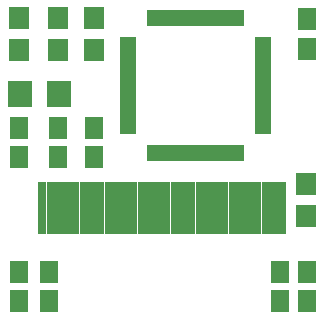
<source format=gts>
G04 #@! TF.FileFunction,Soldermask,Top*
%FSLAX46Y46*%
G04 Gerber Fmt 4.6, Leading zero omitted, Abs format (unit mm)*
G04 Created by KiCad (PCBNEW 4.0.7-e2-6376~58~ubuntu16.04.1) date Thu May  3 17:24:01 2018*
%MOMM*%
%LPD*%
G01*
G04 APERTURE LIST*
%ADD10C,0.100000*%
%ADD11R,0.750000X4.400000*%
%ADD12R,1.650000X1.900000*%
%ADD13R,1.700000X1.900000*%
%ADD14R,1.400000X0.650000*%
%ADD15R,0.650000X1.400000*%
%ADD16R,2.150000X2.200000*%
G04 APERTURE END LIST*
D10*
D11*
X99450000Y-106650000D03*
X100150000Y-106650000D03*
X100850000Y-106650000D03*
X101550000Y-106650000D03*
X102250000Y-106650000D03*
X102950000Y-106650000D03*
X103650000Y-106650000D03*
X104350000Y-106650000D03*
X105050000Y-106650000D03*
X105750000Y-106650000D03*
X106450000Y-106650000D03*
X107150000Y-106650000D03*
X107850000Y-106650000D03*
X108550000Y-106650000D03*
X109250000Y-106650000D03*
X109950000Y-106650000D03*
X110650000Y-106650000D03*
X111350000Y-106650000D03*
X112050000Y-106650000D03*
X112750000Y-106650000D03*
X113450000Y-106650000D03*
X114150000Y-106650000D03*
X114850000Y-106650000D03*
X115550000Y-106650000D03*
X116250000Y-106650000D03*
X116950000Y-106650000D03*
X117650000Y-106650000D03*
X118350000Y-106650000D03*
X119050000Y-106650000D03*
X119750000Y-106650000D03*
D12*
X97434000Y-112074000D03*
X97434000Y-114574000D03*
X103784000Y-99882000D03*
X103784000Y-102382000D03*
X121818000Y-90718000D03*
X121818000Y-93218000D03*
X97434000Y-99882000D03*
X97434000Y-102382000D03*
X100736000Y-99882000D03*
X100736000Y-102382000D03*
X99974000Y-112074000D03*
X99974000Y-114574000D03*
X119532000Y-112074000D03*
X119532000Y-114574000D03*
X121818000Y-112074000D03*
X121818000Y-114574000D03*
D13*
X97434000Y-90638000D03*
X97434000Y-93338000D03*
X100736000Y-90638000D03*
X100736000Y-93338000D03*
X103784000Y-93338000D03*
X103784000Y-90638000D03*
X121750000Y-104650000D03*
X121750000Y-107350000D03*
D14*
X106720000Y-92556000D03*
X106720000Y-93056000D03*
X106720000Y-93556000D03*
X106720000Y-94056000D03*
X106720000Y-94556000D03*
X106720000Y-95056000D03*
X106720000Y-95556000D03*
X106720000Y-96056000D03*
X106720000Y-96556000D03*
X106720000Y-97056000D03*
X106720000Y-97556000D03*
X106720000Y-98056000D03*
X106720000Y-98556000D03*
X106720000Y-99056000D03*
X106720000Y-99556000D03*
X106720000Y-100056000D03*
D15*
X108670000Y-102006000D03*
X109170000Y-102006000D03*
X109670000Y-102006000D03*
X110170000Y-102006000D03*
X110670000Y-102006000D03*
X111170000Y-102006000D03*
X111670000Y-102006000D03*
X112170000Y-102006000D03*
X112670000Y-102006000D03*
X113170000Y-102006000D03*
X113670000Y-102006000D03*
X114170000Y-102006000D03*
X114670000Y-102006000D03*
X115170000Y-102006000D03*
X115670000Y-102006000D03*
X116170000Y-102006000D03*
D14*
X118120000Y-100056000D03*
X118120000Y-99556000D03*
X118120000Y-99056000D03*
X118120000Y-98556000D03*
X118120000Y-98056000D03*
X118120000Y-97556000D03*
X118120000Y-97056000D03*
X118120000Y-96556000D03*
X118120000Y-96056000D03*
X118120000Y-95556000D03*
X118120000Y-95056000D03*
X118120000Y-94556000D03*
X118120000Y-94056000D03*
X118120000Y-93556000D03*
X118120000Y-93056000D03*
X118120000Y-92556000D03*
D15*
X116170000Y-90606000D03*
X115670000Y-90606000D03*
X115170000Y-90606000D03*
X114670000Y-90606000D03*
X114170000Y-90606000D03*
X113670000Y-90606000D03*
X113170000Y-90606000D03*
X112670000Y-90606000D03*
X112170000Y-90606000D03*
X111670000Y-90606000D03*
X111170000Y-90606000D03*
X110670000Y-90606000D03*
X110170000Y-90606000D03*
X109670000Y-90606000D03*
X109170000Y-90606000D03*
X108670000Y-90606000D03*
D16*
X97587000Y-97068000D03*
X100837000Y-97068000D03*
M02*

</source>
